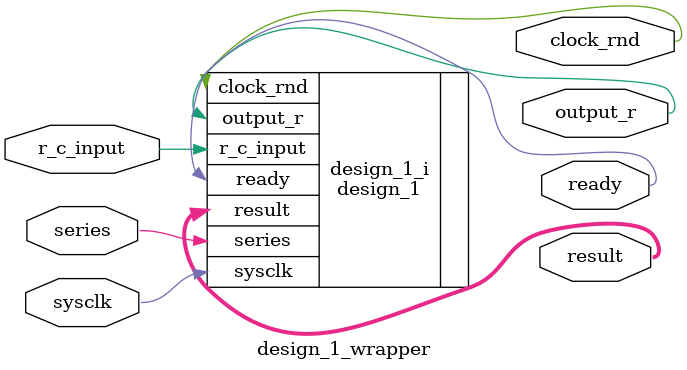
<source format=v>
`timescale 1 ps / 1 ps

module design_1_wrapper
   (clock_rnd,
    output_r,
    r_c_input,
    ready,
    result,
    series,
    sysclk);
  output clock_rnd;
  output output_r;
  input r_c_input;
  output [0:0]ready;
  output [15:0]result;
  input [0:0]series;
  input sysclk;

  wire clock_rnd;
  wire output_r;
  wire r_c_input;
  wire [0:0]ready;
  wire [15:0]result;
  wire [0:0]series;
  wire sysclk;

  design_1 design_1_i
       (.clock_rnd(clock_rnd),
        .output_r(output_r),
        .r_c_input(r_c_input),
        .ready(ready),
        .result(result),
        .series(series),
        .sysclk(sysclk));
endmodule

</source>
